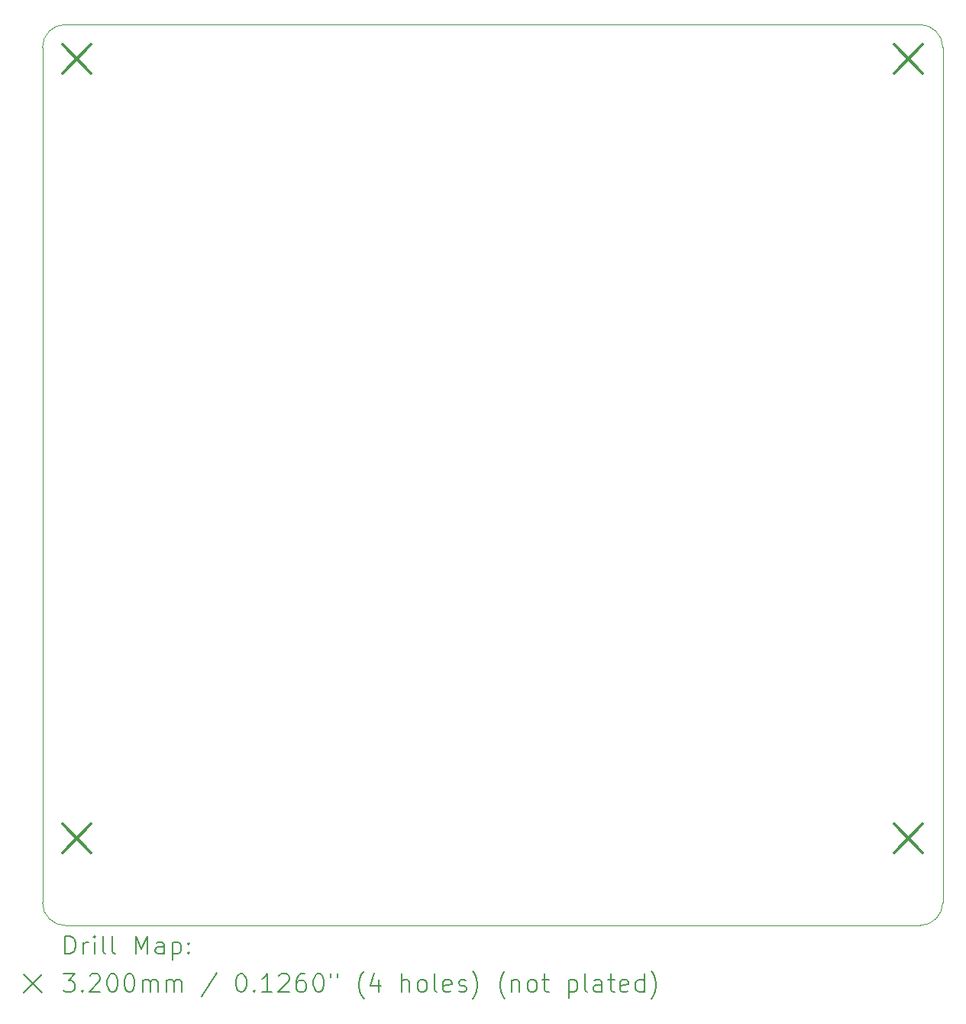
<source format=gbr>
%TF.GenerationSoftware,KiCad,Pcbnew,(6.0.9)*%
%TF.CreationDate,2022-11-21T20:51:05-08:00*%
%TF.ProjectId,StatusBoard,53746174-7573-4426-9f61-72642e6b6963,rev?*%
%TF.SameCoordinates,Original*%
%TF.FileFunction,Drillmap*%
%TF.FilePolarity,Positive*%
%FSLAX45Y45*%
G04 Gerber Fmt 4.5, Leading zero omitted, Abs format (unit mm)*
G04 Created by KiCad (PCBNEW (6.0.9)) date 2022-11-21 20:51:05*
%MOMM*%
%LPD*%
G01*
G04 APERTURE LIST*
%ADD10C,0.100000*%
%ADD11C,0.200000*%
%ADD12C,0.320000*%
G04 APERTURE END LIST*
D10*
X19450200Y-14608200D02*
G75*
G03*
X19704200Y-14354200I0J254000D01*
G01*
X9976000Y-14608200D02*
X19450200Y-14608200D01*
X19704200Y-4880000D02*
G75*
G03*
X19450200Y-4626000I-254000J0D01*
G01*
X19450200Y-4626000D02*
X9976000Y-4626000D01*
X9722000Y-14354200D02*
G75*
G03*
X9976000Y-14608200I254000J0D01*
G01*
X19704200Y-14354200D02*
X19704200Y-4880000D01*
X9976000Y-4626000D02*
G75*
G03*
X9722000Y-4880000I0J-254000D01*
G01*
X9722000Y-4880000D02*
X9722000Y-14354200D01*
D11*
D12*
X9943000Y-4847000D02*
X10263000Y-5167000D01*
X10263000Y-4847000D02*
X9943000Y-5167000D01*
X9943000Y-13483000D02*
X10263000Y-13803000D01*
X10263000Y-13483000D02*
X9943000Y-13803000D01*
X19163200Y-4847000D02*
X19483200Y-5167000D01*
X19483200Y-4847000D02*
X19163200Y-5167000D01*
X19163200Y-13483000D02*
X19483200Y-13803000D01*
X19483200Y-13483000D02*
X19163200Y-13803000D01*
D11*
X9974619Y-14923676D02*
X9974619Y-14723676D01*
X10022238Y-14723676D01*
X10050810Y-14733200D01*
X10069857Y-14752248D01*
X10079381Y-14771295D01*
X10088905Y-14809390D01*
X10088905Y-14837962D01*
X10079381Y-14876057D01*
X10069857Y-14895105D01*
X10050810Y-14914152D01*
X10022238Y-14923676D01*
X9974619Y-14923676D01*
X10174619Y-14923676D02*
X10174619Y-14790343D01*
X10174619Y-14828438D02*
X10184143Y-14809390D01*
X10193667Y-14799867D01*
X10212714Y-14790343D01*
X10231762Y-14790343D01*
X10298429Y-14923676D02*
X10298429Y-14790343D01*
X10298429Y-14723676D02*
X10288905Y-14733200D01*
X10298429Y-14742724D01*
X10307952Y-14733200D01*
X10298429Y-14723676D01*
X10298429Y-14742724D01*
X10422238Y-14923676D02*
X10403190Y-14914152D01*
X10393667Y-14895105D01*
X10393667Y-14723676D01*
X10527000Y-14923676D02*
X10507952Y-14914152D01*
X10498429Y-14895105D01*
X10498429Y-14723676D01*
X10755571Y-14923676D02*
X10755571Y-14723676D01*
X10822238Y-14866533D01*
X10888905Y-14723676D01*
X10888905Y-14923676D01*
X11069857Y-14923676D02*
X11069857Y-14818914D01*
X11060333Y-14799867D01*
X11041286Y-14790343D01*
X11003190Y-14790343D01*
X10984143Y-14799867D01*
X11069857Y-14914152D02*
X11050810Y-14923676D01*
X11003190Y-14923676D01*
X10984143Y-14914152D01*
X10974619Y-14895105D01*
X10974619Y-14876057D01*
X10984143Y-14857009D01*
X11003190Y-14847486D01*
X11050810Y-14847486D01*
X11069857Y-14837962D01*
X11165095Y-14790343D02*
X11165095Y-14990343D01*
X11165095Y-14799867D02*
X11184143Y-14790343D01*
X11222238Y-14790343D01*
X11241286Y-14799867D01*
X11250809Y-14809390D01*
X11260333Y-14828438D01*
X11260333Y-14885581D01*
X11250809Y-14904628D01*
X11241286Y-14914152D01*
X11222238Y-14923676D01*
X11184143Y-14923676D01*
X11165095Y-14914152D01*
X11346048Y-14904628D02*
X11355571Y-14914152D01*
X11346048Y-14923676D01*
X11336524Y-14914152D01*
X11346048Y-14904628D01*
X11346048Y-14923676D01*
X11346048Y-14799867D02*
X11355571Y-14809390D01*
X11346048Y-14818914D01*
X11336524Y-14809390D01*
X11346048Y-14799867D01*
X11346048Y-14818914D01*
X9517000Y-15153200D02*
X9717000Y-15353200D01*
X9717000Y-15153200D02*
X9517000Y-15353200D01*
X9955571Y-15143676D02*
X10079381Y-15143676D01*
X10012714Y-15219867D01*
X10041286Y-15219867D01*
X10060333Y-15229390D01*
X10069857Y-15238914D01*
X10079381Y-15257962D01*
X10079381Y-15305581D01*
X10069857Y-15324628D01*
X10060333Y-15334152D01*
X10041286Y-15343676D01*
X9984143Y-15343676D01*
X9965095Y-15334152D01*
X9955571Y-15324628D01*
X10165095Y-15324628D02*
X10174619Y-15334152D01*
X10165095Y-15343676D01*
X10155571Y-15334152D01*
X10165095Y-15324628D01*
X10165095Y-15343676D01*
X10250810Y-15162724D02*
X10260333Y-15153200D01*
X10279381Y-15143676D01*
X10327000Y-15143676D01*
X10346048Y-15153200D01*
X10355571Y-15162724D01*
X10365095Y-15181771D01*
X10365095Y-15200819D01*
X10355571Y-15229390D01*
X10241286Y-15343676D01*
X10365095Y-15343676D01*
X10488905Y-15143676D02*
X10507952Y-15143676D01*
X10527000Y-15153200D01*
X10536524Y-15162724D01*
X10546048Y-15181771D01*
X10555571Y-15219867D01*
X10555571Y-15267486D01*
X10546048Y-15305581D01*
X10536524Y-15324628D01*
X10527000Y-15334152D01*
X10507952Y-15343676D01*
X10488905Y-15343676D01*
X10469857Y-15334152D01*
X10460333Y-15324628D01*
X10450810Y-15305581D01*
X10441286Y-15267486D01*
X10441286Y-15219867D01*
X10450810Y-15181771D01*
X10460333Y-15162724D01*
X10469857Y-15153200D01*
X10488905Y-15143676D01*
X10679381Y-15143676D02*
X10698429Y-15143676D01*
X10717476Y-15153200D01*
X10727000Y-15162724D01*
X10736524Y-15181771D01*
X10746048Y-15219867D01*
X10746048Y-15267486D01*
X10736524Y-15305581D01*
X10727000Y-15324628D01*
X10717476Y-15334152D01*
X10698429Y-15343676D01*
X10679381Y-15343676D01*
X10660333Y-15334152D01*
X10650810Y-15324628D01*
X10641286Y-15305581D01*
X10631762Y-15267486D01*
X10631762Y-15219867D01*
X10641286Y-15181771D01*
X10650810Y-15162724D01*
X10660333Y-15153200D01*
X10679381Y-15143676D01*
X10831762Y-15343676D02*
X10831762Y-15210343D01*
X10831762Y-15229390D02*
X10841286Y-15219867D01*
X10860333Y-15210343D01*
X10888905Y-15210343D01*
X10907952Y-15219867D01*
X10917476Y-15238914D01*
X10917476Y-15343676D01*
X10917476Y-15238914D02*
X10927000Y-15219867D01*
X10946048Y-15210343D01*
X10974619Y-15210343D01*
X10993667Y-15219867D01*
X11003190Y-15238914D01*
X11003190Y-15343676D01*
X11098429Y-15343676D02*
X11098429Y-15210343D01*
X11098429Y-15229390D02*
X11107952Y-15219867D01*
X11127000Y-15210343D01*
X11155571Y-15210343D01*
X11174619Y-15219867D01*
X11184143Y-15238914D01*
X11184143Y-15343676D01*
X11184143Y-15238914D02*
X11193667Y-15219867D01*
X11212714Y-15210343D01*
X11241286Y-15210343D01*
X11260333Y-15219867D01*
X11269857Y-15238914D01*
X11269857Y-15343676D01*
X11660333Y-15134152D02*
X11488905Y-15391295D01*
X11917476Y-15143676D02*
X11936524Y-15143676D01*
X11955571Y-15153200D01*
X11965095Y-15162724D01*
X11974619Y-15181771D01*
X11984143Y-15219867D01*
X11984143Y-15267486D01*
X11974619Y-15305581D01*
X11965095Y-15324628D01*
X11955571Y-15334152D01*
X11936524Y-15343676D01*
X11917476Y-15343676D01*
X11898428Y-15334152D01*
X11888905Y-15324628D01*
X11879381Y-15305581D01*
X11869857Y-15267486D01*
X11869857Y-15219867D01*
X11879381Y-15181771D01*
X11888905Y-15162724D01*
X11898428Y-15153200D01*
X11917476Y-15143676D01*
X12069857Y-15324628D02*
X12079381Y-15334152D01*
X12069857Y-15343676D01*
X12060333Y-15334152D01*
X12069857Y-15324628D01*
X12069857Y-15343676D01*
X12269857Y-15343676D02*
X12155571Y-15343676D01*
X12212714Y-15343676D02*
X12212714Y-15143676D01*
X12193667Y-15172248D01*
X12174619Y-15191295D01*
X12155571Y-15200819D01*
X12346048Y-15162724D02*
X12355571Y-15153200D01*
X12374619Y-15143676D01*
X12422238Y-15143676D01*
X12441286Y-15153200D01*
X12450809Y-15162724D01*
X12460333Y-15181771D01*
X12460333Y-15200819D01*
X12450809Y-15229390D01*
X12336524Y-15343676D01*
X12460333Y-15343676D01*
X12631762Y-15143676D02*
X12593667Y-15143676D01*
X12574619Y-15153200D01*
X12565095Y-15162724D01*
X12546048Y-15191295D01*
X12536524Y-15229390D01*
X12536524Y-15305581D01*
X12546048Y-15324628D01*
X12555571Y-15334152D01*
X12574619Y-15343676D01*
X12612714Y-15343676D01*
X12631762Y-15334152D01*
X12641286Y-15324628D01*
X12650809Y-15305581D01*
X12650809Y-15257962D01*
X12641286Y-15238914D01*
X12631762Y-15229390D01*
X12612714Y-15219867D01*
X12574619Y-15219867D01*
X12555571Y-15229390D01*
X12546048Y-15238914D01*
X12536524Y-15257962D01*
X12774619Y-15143676D02*
X12793667Y-15143676D01*
X12812714Y-15153200D01*
X12822238Y-15162724D01*
X12831762Y-15181771D01*
X12841286Y-15219867D01*
X12841286Y-15267486D01*
X12831762Y-15305581D01*
X12822238Y-15324628D01*
X12812714Y-15334152D01*
X12793667Y-15343676D01*
X12774619Y-15343676D01*
X12755571Y-15334152D01*
X12746048Y-15324628D01*
X12736524Y-15305581D01*
X12727000Y-15267486D01*
X12727000Y-15219867D01*
X12736524Y-15181771D01*
X12746048Y-15162724D01*
X12755571Y-15153200D01*
X12774619Y-15143676D01*
X12917476Y-15143676D02*
X12917476Y-15181771D01*
X12993667Y-15143676D02*
X12993667Y-15181771D01*
X13288905Y-15419867D02*
X13279381Y-15410343D01*
X13260333Y-15381771D01*
X13250809Y-15362724D01*
X13241286Y-15334152D01*
X13231762Y-15286533D01*
X13231762Y-15248438D01*
X13241286Y-15200819D01*
X13250809Y-15172248D01*
X13260333Y-15153200D01*
X13279381Y-15124628D01*
X13288905Y-15115105D01*
X13450809Y-15210343D02*
X13450809Y-15343676D01*
X13403190Y-15134152D02*
X13355571Y-15277009D01*
X13479381Y-15277009D01*
X13707952Y-15343676D02*
X13707952Y-15143676D01*
X13793667Y-15343676D02*
X13793667Y-15238914D01*
X13784143Y-15219867D01*
X13765095Y-15210343D01*
X13736524Y-15210343D01*
X13717476Y-15219867D01*
X13707952Y-15229390D01*
X13917476Y-15343676D02*
X13898428Y-15334152D01*
X13888905Y-15324628D01*
X13879381Y-15305581D01*
X13879381Y-15248438D01*
X13888905Y-15229390D01*
X13898428Y-15219867D01*
X13917476Y-15210343D01*
X13946048Y-15210343D01*
X13965095Y-15219867D01*
X13974619Y-15229390D01*
X13984143Y-15248438D01*
X13984143Y-15305581D01*
X13974619Y-15324628D01*
X13965095Y-15334152D01*
X13946048Y-15343676D01*
X13917476Y-15343676D01*
X14098428Y-15343676D02*
X14079381Y-15334152D01*
X14069857Y-15315105D01*
X14069857Y-15143676D01*
X14250809Y-15334152D02*
X14231762Y-15343676D01*
X14193667Y-15343676D01*
X14174619Y-15334152D01*
X14165095Y-15315105D01*
X14165095Y-15238914D01*
X14174619Y-15219867D01*
X14193667Y-15210343D01*
X14231762Y-15210343D01*
X14250809Y-15219867D01*
X14260333Y-15238914D01*
X14260333Y-15257962D01*
X14165095Y-15277009D01*
X14336524Y-15334152D02*
X14355571Y-15343676D01*
X14393667Y-15343676D01*
X14412714Y-15334152D01*
X14422238Y-15315105D01*
X14422238Y-15305581D01*
X14412714Y-15286533D01*
X14393667Y-15277009D01*
X14365095Y-15277009D01*
X14346048Y-15267486D01*
X14336524Y-15248438D01*
X14336524Y-15238914D01*
X14346048Y-15219867D01*
X14365095Y-15210343D01*
X14393667Y-15210343D01*
X14412714Y-15219867D01*
X14488905Y-15419867D02*
X14498428Y-15410343D01*
X14517476Y-15381771D01*
X14527000Y-15362724D01*
X14536524Y-15334152D01*
X14546048Y-15286533D01*
X14546048Y-15248438D01*
X14536524Y-15200819D01*
X14527000Y-15172248D01*
X14517476Y-15153200D01*
X14498428Y-15124628D01*
X14488905Y-15115105D01*
X14850809Y-15419867D02*
X14841286Y-15410343D01*
X14822238Y-15381771D01*
X14812714Y-15362724D01*
X14803190Y-15334152D01*
X14793667Y-15286533D01*
X14793667Y-15248438D01*
X14803190Y-15200819D01*
X14812714Y-15172248D01*
X14822238Y-15153200D01*
X14841286Y-15124628D01*
X14850809Y-15115105D01*
X14927000Y-15210343D02*
X14927000Y-15343676D01*
X14927000Y-15229390D02*
X14936524Y-15219867D01*
X14955571Y-15210343D01*
X14984143Y-15210343D01*
X15003190Y-15219867D01*
X15012714Y-15238914D01*
X15012714Y-15343676D01*
X15136524Y-15343676D02*
X15117476Y-15334152D01*
X15107952Y-15324628D01*
X15098428Y-15305581D01*
X15098428Y-15248438D01*
X15107952Y-15229390D01*
X15117476Y-15219867D01*
X15136524Y-15210343D01*
X15165095Y-15210343D01*
X15184143Y-15219867D01*
X15193667Y-15229390D01*
X15203190Y-15248438D01*
X15203190Y-15305581D01*
X15193667Y-15324628D01*
X15184143Y-15334152D01*
X15165095Y-15343676D01*
X15136524Y-15343676D01*
X15260333Y-15210343D02*
X15336524Y-15210343D01*
X15288905Y-15143676D02*
X15288905Y-15315105D01*
X15298428Y-15334152D01*
X15317476Y-15343676D01*
X15336524Y-15343676D01*
X15555571Y-15210343D02*
X15555571Y-15410343D01*
X15555571Y-15219867D02*
X15574619Y-15210343D01*
X15612714Y-15210343D01*
X15631762Y-15219867D01*
X15641286Y-15229390D01*
X15650809Y-15248438D01*
X15650809Y-15305581D01*
X15641286Y-15324628D01*
X15631762Y-15334152D01*
X15612714Y-15343676D01*
X15574619Y-15343676D01*
X15555571Y-15334152D01*
X15765095Y-15343676D02*
X15746048Y-15334152D01*
X15736524Y-15315105D01*
X15736524Y-15143676D01*
X15927000Y-15343676D02*
X15927000Y-15238914D01*
X15917476Y-15219867D01*
X15898428Y-15210343D01*
X15860333Y-15210343D01*
X15841286Y-15219867D01*
X15927000Y-15334152D02*
X15907952Y-15343676D01*
X15860333Y-15343676D01*
X15841286Y-15334152D01*
X15831762Y-15315105D01*
X15831762Y-15296057D01*
X15841286Y-15277009D01*
X15860333Y-15267486D01*
X15907952Y-15267486D01*
X15927000Y-15257962D01*
X15993667Y-15210343D02*
X16069857Y-15210343D01*
X16022238Y-15143676D02*
X16022238Y-15315105D01*
X16031762Y-15334152D01*
X16050809Y-15343676D01*
X16069857Y-15343676D01*
X16212714Y-15334152D02*
X16193667Y-15343676D01*
X16155571Y-15343676D01*
X16136524Y-15334152D01*
X16127000Y-15315105D01*
X16127000Y-15238914D01*
X16136524Y-15219867D01*
X16155571Y-15210343D01*
X16193667Y-15210343D01*
X16212714Y-15219867D01*
X16222238Y-15238914D01*
X16222238Y-15257962D01*
X16127000Y-15277009D01*
X16393667Y-15343676D02*
X16393667Y-15143676D01*
X16393667Y-15334152D02*
X16374619Y-15343676D01*
X16336524Y-15343676D01*
X16317476Y-15334152D01*
X16307952Y-15324628D01*
X16298428Y-15305581D01*
X16298428Y-15248438D01*
X16307952Y-15229390D01*
X16317476Y-15219867D01*
X16336524Y-15210343D01*
X16374619Y-15210343D01*
X16393667Y-15219867D01*
X16469857Y-15419867D02*
X16479381Y-15410343D01*
X16498428Y-15381771D01*
X16507952Y-15362724D01*
X16517476Y-15334152D01*
X16527000Y-15286533D01*
X16527000Y-15248438D01*
X16517476Y-15200819D01*
X16507952Y-15172248D01*
X16498428Y-15153200D01*
X16479381Y-15124628D01*
X16469857Y-15115105D01*
M02*

</source>
